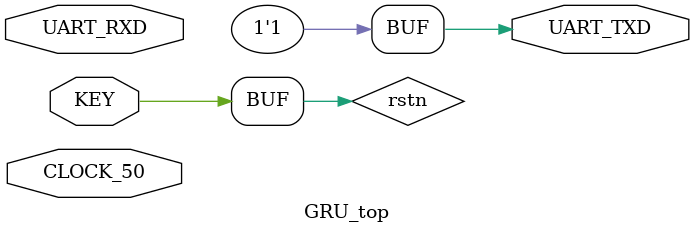
<source format=v>
`timescale 1ns / 1ps

module GRU_top (
    input  wire CLOCK_50,    // 50 MHz clock from the FPGA
    input  wire [0:0] KEY,   // Pushbutton for reset (active low)
    input  wire UART_RXD,    // Serial input from laptop (unused here)
    output wire UART_TXD     // Serial output back to laptop (optional)
);
    // --- Clock and Reset ---
    wire rstn = KEY[0]; // Active high reset (button press is low)

    // --- Control Signals ---
    reg  start_model;
    wire model_done;

    // --- Data Wires ---
    wire [31:0] final_prediction;
    wire [(7*3*32)-1:0] wr_flat, wz_flat, wh_flat;
    wire [(7*7*32)-1:0] ur_flat, uz_flat, uh_flat;
    wire [(7*32)-1:0]   br_flat, bz_flat, bh_flat;
    wire [(7*32)-1:0]   fc_weights_flat;
    wire [31:0]        fc_bias;

    // --- Input Data Register ---
    // This register holds the 7 timesteps of input data for the GRU.
    reg [(7*3*32)-1:0] input_sequence_reg;

    // --- Module Instantiations ---
    // 1. Weights Loader (ROM)
    // This module should be created to load the pre-trained model weights.
    // For now, we assume it exists and provides the weights.
    weights_loader rom_loader (
        .o_Wr_flat(wr_flat), .o_Ur_flat(ur_flat), .o_br_flat(br_flat),
        .o_Wz_flat(wz_flat), .o_Uz_flat(uz_flat), .o_bz_flat(bz_flat),
        .o_Wh_flat(wh_flat), .o_Uh_flat(uh_flat), .o_bh_flat(bh_flat),
        .o_fc_weights_flat(fc_weights_flat),
        .o_fc_bias(fc_bias)
    );

    // 2. The main GRU Model you created
    GRU_Model gru_inst (
        .clk(CLOCK_50),
        .rstn(rstn),
        .i_start_model(start_model),
        .o_model_done(model_done),
        .i_input_sequence_flat(input_sequence_reg),
        .i_Wr_flat(wr_flat), .i_Ur_flat(ur_flat), .i_br_flat(br_flat),
        .i_Wz_flat(wz_flat), .i_Uz_flat(uz_flat), .i_bz_flat(bz_flat),
        .i_Wh_flat(wh_flat), .i_Uh_flat(uh_flat), .i_bh_flat(bh_flat),
        .i_fc_weights_flat(fc_weights_flat),
        .i_fc_bias(fc_bias),
        .o_final_prediction(final_prediction)
    );

    // --- Control Logic (Corrected) ---
    // This simple FSM will automatically start the model once reset is released.
    reg [1:0] state;
    localparam S_IDLE = 0, S_START = 1, S_WAIT = 2;

    always @(posedge CLOCK_50 or negedge rstn) begin
        if (!rstn) begin
            state <= S_IDLE;
            start_model <= 1'b0;
            // On reset, load a hardcoded input sequence for testing.
            // In a real application, this would come from sensors or UART.
            input_sequence_reg <= {21{32'h3f800000}}; // Example: Load sequence of all 1.0f
        end else begin
            // Default assignments
            start_model <= 1'b0;

            case(state)
                S_IDLE:
                    // After reset, move to start the model
                    state <= S_START;
                S_START: begin
                    // Pulse start high for one cycle
                    start_model <= 1'b1;
                    state <= S_WAIT;
                end
                S_WAIT:
                    // Wait here until the model is done, then go back to idle.
                    if (model_done)
                        state <= S_IDLE;
            endcase
        end
    end

    // Tie unused UART pin to idle high
    assign UART_TXD = 1'b1;

endmodule
</source>
